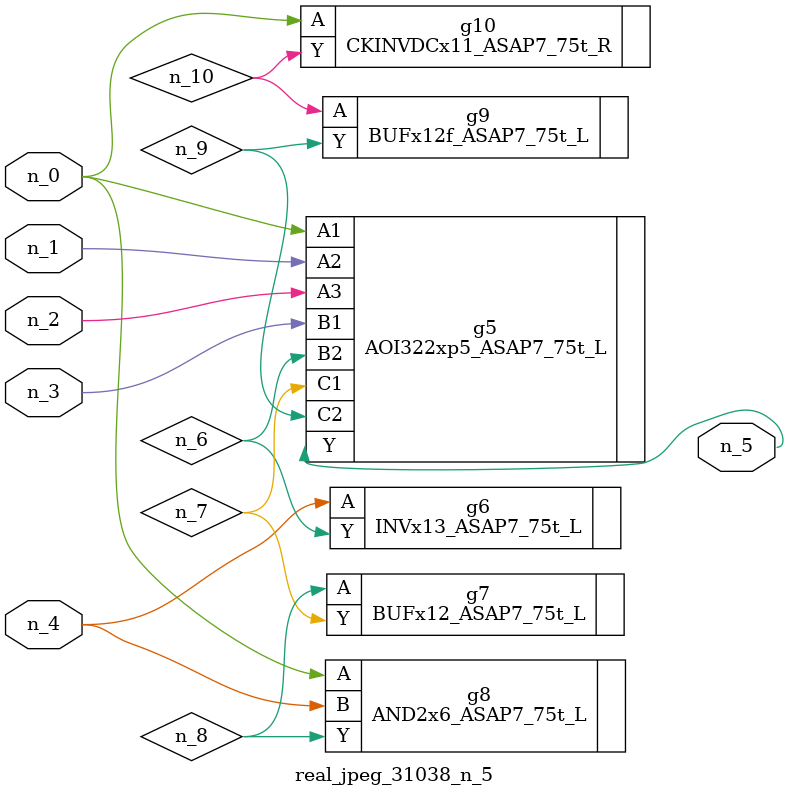
<source format=v>
module real_jpeg_31038_n_5 (n_4, n_0, n_1, n_2, n_3, n_5);

input n_4;
input n_0;
input n_1;
input n_2;
input n_3;

output n_5;

wire n_8;
wire n_6;
wire n_7;
wire n_10;
wire n_9;

AOI322xp5_ASAP7_75t_L g5 ( 
.A1(n_0),
.A2(n_1),
.A3(n_2),
.B1(n_3),
.B2(n_6),
.C1(n_7),
.C2(n_9),
.Y(n_5)
);

AND2x6_ASAP7_75t_L g8 ( 
.A(n_0),
.B(n_4),
.Y(n_8)
);

CKINVDCx11_ASAP7_75t_R g10 ( 
.A(n_0),
.Y(n_10)
);

INVx13_ASAP7_75t_L g6 ( 
.A(n_4),
.Y(n_6)
);

BUFx12_ASAP7_75t_L g7 ( 
.A(n_8),
.Y(n_7)
);

BUFx12f_ASAP7_75t_L g9 ( 
.A(n_10),
.Y(n_9)
);


endmodule
</source>
